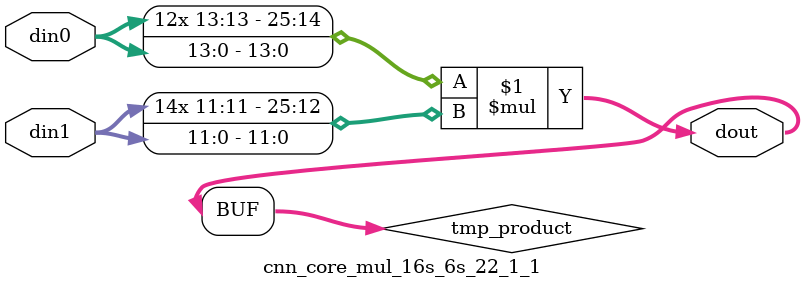
<source format=v>

`timescale 1 ns / 1 ps

  module cnn_core_mul_16s_6s_22_1_1(din0, din1, dout);
parameter ID = 1;
parameter NUM_STAGE = 0;
parameter din0_WIDTH = 14;
parameter din1_WIDTH = 12;
parameter dout_WIDTH = 26;

input [din0_WIDTH - 1 : 0] din0; 
input [din1_WIDTH - 1 : 0] din1; 
output [dout_WIDTH - 1 : 0] dout;

wire signed [dout_WIDTH - 1 : 0] tmp_product;













assign tmp_product = $signed(din0) * $signed(din1);








assign dout = tmp_product;







endmodule

</source>
